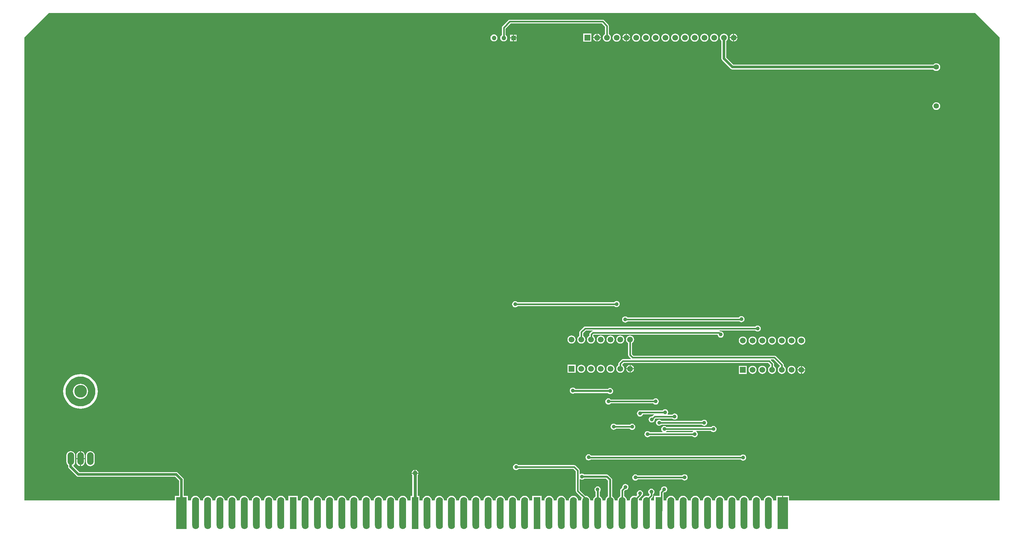
<source format=gbl>
%FSTAX23Y23*%
%MOIN*%
%SFA1B1*%

%IPPOS*%
%ADD18R,0.110000X0.330000*%
%ADD19O,0.070000X0.330000*%
%ADD20R,0.070000X0.330000*%
%ADD34C,0.015000*%
%ADD35C,0.030000*%
%ADD36C,0.020000*%
%ADD37C,0.025000*%
%ADD38C,0.059060*%
%ADD39R,0.059060X0.059060*%
%ADD40R,0.047240X0.047240*%
%ADD41C,0.047240*%
%ADD42C,0.055120*%
%ADD43C,0.130000*%
%ADD44O,0.066000X0.132000*%
%ADD45R,0.059060X0.059060*%
%ADD46C,0.039370*%
%ADD47C,0.050000*%
%LN2004_lcd-1*%
%LPD*%
G36*
X05982Y00772D02*
Y00611D01*
X05981Y00611*
X05971Y00603*
X05963Y00593*
X05959Y00582*
X05957Y0057*
X05927*
X05925Y00582*
X05921Y00593*
X05913Y00603*
X05903Y00611*
X05901Y00611*
Y00659*
X05905Y00665*
X05908Y00672*
X05909Y00681*
X05908Y00689*
X05905Y00696*
X059Y00703*
X05893Y00708*
X05886Y00711*
X05878Y00712*
X05869Y00711*
X05862Y00708*
X05855Y00703*
X0585Y00696*
X05847Y00689*
X05846Y00681*
X05847Y00672*
X0585Y00665*
X05855Y00658*
X05856Y00657*
Y00611*
X05856Y00611*
X05846Y00603*
X05838Y00593*
X05834Y00582*
X05832Y0057*
X05802*
X058Y00582*
X05796Y00593*
X05788Y00603*
X05778Y00611*
X05767Y00615*
X05755Y00617*
X05751Y00616*
X05693Y00674*
Y00786*
X05698Y00788*
X05702Y00786*
X05709Y00783*
X05718Y00782*
X05726Y00783*
X05733Y00786*
X0574Y00791*
X0574Y00791*
X05963*
X05982Y00772*
G37*
G36*
X00254Y05569D02*
X0975D01*
Y05568*
X1Y05318*
Y0057*
X0784*
Y00615*
X0778*
Y0044*
X0777*
Y00615*
X0771*
Y0057*
X07677*
X07675Y00582*
X07671Y00593*
X07663Y00603*
X07653Y00611*
X07642Y00615*
X0763Y00617*
X07617Y00615*
X07606Y00611*
X07596Y00603*
X07588Y00593*
X07584Y00582*
X07582Y0057*
X07552*
X0755Y00582*
X07546Y00593*
X07538Y00603*
X07528Y00611*
X07517Y00615*
X07505Y00617*
X07492Y00615*
X07481Y00611*
X07471Y00603*
X07463Y00593*
X07459Y00582*
X07457Y0057*
X07427*
X07425Y00582*
X07421Y00593*
X07413Y00603*
X07403Y00611*
X07392Y00615*
X0738Y00617*
X07367Y00615*
X07356Y00611*
X07346Y00603*
X07338Y00593*
X07334Y00582*
X07332Y0057*
X07302*
X073Y00582*
X07296Y00593*
X07288Y00603*
X07278Y00611*
X07267Y00615*
X07255Y00617*
X07242Y00615*
X07231Y00611*
X07221Y00603*
X07213Y00593*
X07209Y00582*
X07207Y0057*
X07177*
X07175Y00582*
X07171Y00593*
X07163Y00603*
X07153Y00611*
X07142Y00615*
X0713Y00617*
X07117Y00615*
X07106Y00611*
X07096Y00603*
X07088Y00593*
X07084Y00582*
X07082Y0057*
X07052*
X0705Y00582*
X07046Y00593*
X07038Y00603*
X07028Y00611*
X07017Y00615*
X07005Y00617*
X06992Y00615*
X06981Y00611*
X06971Y00603*
X06963Y00593*
X06959Y00582*
X06957Y0057*
X06927*
X06925Y00582*
X06921Y00593*
X06913Y00603*
X06903Y00611*
X06892Y00615*
X0688Y00617*
X06867Y00615*
X06856Y00611*
X06846Y00603*
X06838Y00593*
X06834Y00582*
X06832Y0057*
X06802*
X068Y00582*
X06796Y00593*
X06788Y00603*
X06778Y00611*
X06767Y00615*
X06755Y00617*
X06742Y00615*
X06731Y00611*
X06721Y00603*
X06713Y00593*
X06709Y00582*
X06707Y0057*
X06677*
X06675Y00582*
X06671Y00593*
X06663Y00603*
X06653Y00611*
X06642Y00615*
X0663Y00617*
X06617Y00615*
X06606Y00611*
X06596Y00603*
X06588Y00593*
X06584Y00582*
X06582Y0057*
X06552*
Y00646*
X06557Y00651*
X06561Y00651*
X06569Y00652*
X06576Y00655*
X06583Y0066*
X06588Y00667*
X06591Y00674*
X06592Y00683*
X06591Y00691*
X06588Y00698*
X06583Y00705*
X06576Y0071*
X06569Y00713*
X06561Y00714*
X06552Y00713*
X06545Y0071*
X06538Y00705*
X06533Y00698*
X0653Y00691*
X06529Y00683*
X06529Y00679*
X06518Y00668*
X06514Y00662*
X06512Y00654*
Y00617*
X06458*
Y0057*
X06427*
X06425Y00582*
X06424Y00586*
X06443Y00604*
X06447Y00611*
X06448Y00619*
Y00633*
X06451Y00635*
X06456Y00642*
X06459Y00649*
X0646Y00658*
X06459Y00666*
X06456Y00673*
X06451Y0068*
X06444Y00685*
X06437Y00688*
X06429Y00689*
X0642Y00688*
X06413Y00685*
X06406Y0068*
X06401Y00673*
X06398Y00666*
X06397Y00658*
X06398Y00649*
X06401Y00642*
X06406Y00635*
X06409Y00633*
Y00627*
X06396Y00614*
X06392Y00615*
X0638Y00617*
X06367Y00615*
X06356Y00611*
X06346Y00603*
X06338Y00593*
X06334Y00582*
X06332Y0057*
X06302*
X063Y00582*
X06299Y00586*
X06326Y00612*
X06326Y00613*
X06327Y00614*
X06334Y00619*
X06339Y00626*
X06342Y00633*
X06343Y00642*
X06342Y0065*
X06339Y00657*
X06334Y00664*
X06327Y00669*
X0632Y00672*
X06312Y00673*
X06303Y00672*
X06296Y00669*
X06289Y00664*
X06284Y00657*
X06281Y0065*
X0628Y00642*
X06281Y00633*
X06283Y00627*
X06271Y00614*
X06267Y00615*
X06255Y00617*
X06242Y00615*
X06231Y00611*
X06221Y00603*
X06213Y00593*
X06209Y00582*
X06207Y0057*
X06177*
X06175Y00582*
X06171Y00593*
X06163Y00603*
X06153Y00611*
X06149Y00612*
Y00665*
X06159Y00675*
X06163Y00675*
X06171Y00676*
X06178Y00679*
X06185Y00684*
X0619Y00691*
X06193Y00698*
X06194Y00707*
X06193Y00715*
X0619Y00722*
X06185Y00729*
X06178Y00734*
X06171Y00737*
X06163Y00738*
X06154Y00737*
X06147Y00734*
X0614Y00729*
X06135Y00722*
X06132Y00715*
X06131Y00707*
X06131Y00703*
X06115Y00688*
X06111Y00681*
X0611Y00674*
Y00612*
X06106Y00611*
X06096Y00603*
X06088Y00593*
X06084Y00582*
X06082Y0057*
X06052*
X0605Y00582*
X06046Y00593*
X06038Y00603*
X06028Y00611*
X06027Y00611*
Y00782*
X06025Y0079*
X0602Y00797*
X05988Y00829*
X05981Y00834*
X05973Y00836*
X0574*
X0574Y00836*
X05733Y00841*
X05726Y00844*
X05718Y00845*
X05709Y00844*
X05702Y00841*
X05698Y00839*
X05693Y00841*
Y00876*
X05692Y00883*
X05688Y0089*
X05652Y00926*
X05645Y0093*
X05638Y00931*
X05066*
X05064Y00934*
X05057Y00939*
X0505Y00942*
X05042Y00943*
X05033Y00942*
X05026Y00939*
X05019Y00934*
X05014Y00927*
X05011Y0092*
X0501Y00912*
X05011Y00903*
X05014Y00896*
X05019Y00889*
X05026Y00884*
X05033Y00881*
X05042Y0088*
X0505Y00881*
X05057Y00884*
X05064Y00889*
X05066Y00892*
X05629*
X05654Y00867*
Y00666*
X05655Y00658*
X05659Y00651*
X05715Y00596*
X05713Y00593*
X05709Y00582*
X05707Y0057*
X05677*
X05675Y00582*
X05671Y00593*
X05663Y00603*
X05653Y00611*
X05642Y00615*
X0563Y00617*
X05617Y00615*
X05606Y00611*
X05596Y00603*
X05588Y00593*
X05584Y00582*
X05582Y0057*
X05552*
X0555Y00582*
X05546Y00593*
X05538Y00603*
X05528Y00611*
X05517Y00615*
X05505Y00617*
X05492Y00615*
X05481Y00611*
X05471Y00603*
X05463Y00593*
X05459Y00582*
X05457Y0057*
X05427*
X05425Y00582*
X05421Y00593*
X05413Y00603*
X05403Y00611*
X05392Y00615*
X0538Y00617*
X05367Y00615*
X05356Y00611*
X05346Y00603*
X05338Y00593*
X05334Y00582*
X05332Y0057*
X05302*
Y00617*
X05208*
Y0057*
X05177*
X05175Y00582*
X05171Y00593*
X05163Y00603*
X05153Y00611*
X05142Y00615*
X0513Y00617*
X05117Y00615*
X05106Y00611*
X05096Y00603*
X05088Y00593*
X05084Y00582*
X05082Y0057*
X05052*
X0505Y00582*
X05046Y00593*
X05038Y00603*
X05028Y00611*
X05017Y00615*
X05005Y00617*
X04992Y00615*
X04981Y00611*
X04971Y00603*
X04963Y00593*
X04959Y00582*
X04957Y0057*
X04927*
X04925Y00582*
X04921Y00593*
X04913Y00603*
X04903Y00611*
X04892Y00615*
X0488Y00617*
X04867Y00615*
X04856Y00611*
X04846Y00603*
X04838Y00593*
X04834Y00582*
X04832Y0057*
X04802*
X048Y00582*
X04796Y00593*
X04788Y00603*
X04778Y00611*
X04767Y00615*
X04755Y00617*
X04742Y00615*
X04731Y00611*
X04721Y00603*
X04713Y00593*
X04709Y00582*
X04707Y0057*
X04677*
X04675Y00582*
X04671Y00593*
X04663Y00603*
X04653Y00611*
X04642Y00615*
X0463Y00617*
X04617Y00615*
X04606Y00611*
X04596Y00603*
X04588Y00593*
X04584Y00582*
X04582Y0057*
X04552*
X0455Y00582*
X04546Y00593*
X04538Y00603*
X04528Y00611*
X04517Y00615*
X04505Y00617*
X04492Y00615*
X04481Y00611*
X04471Y00603*
X04463Y00593*
X04459Y00582*
X04457Y0057*
X04427*
X04425Y00582*
X04421Y00593*
X04413Y00603*
X04403Y00611*
X04392Y00615*
X0438Y00617*
X04367Y00615*
X04356Y00611*
X04346Y00603*
X04338Y00593*
X04334Y00582*
X04332Y0057*
X04302*
X043Y00582*
X04296Y00593*
X04288Y00603*
X04278Y00611*
X04267Y00615*
X04255Y00617*
X04242Y00615*
X04231Y00611*
X04221Y00603*
X04213Y00593*
X04209Y00582*
X04207Y0057*
X04177*
X04175Y00582*
X04171Y00593*
X04163Y00603*
X04153Y00611*
X04142Y00615*
X0413Y00617*
X04117Y00615*
X04106Y00611*
X04096Y00603*
X04088Y00593*
X04084Y00582*
X04082Y0057*
X0405*
Y00615*
X04032*
Y00826*
X04036Y00831*
X0404Y00839*
X0404Y00844*
X03971*
X03971Y00839*
X03975Y00831*
X03978Y00827*
Y00615*
X0396*
Y0057*
X03927*
X03925Y00582*
X03921Y00593*
X03913Y00603*
X03903Y00611*
X03892Y00615*
X0388Y00617*
X03867Y00615*
X03856Y00611*
X03846Y00603*
X03838Y00593*
X03834Y00582*
X03832Y0057*
X03802*
X038Y00582*
X03796Y00593*
X03788Y00603*
X03778Y00611*
X03767Y00615*
X03755Y00617*
X03742Y00615*
X03731Y00611*
X03721Y00603*
X03713Y00593*
X03709Y00582*
X03707Y0057*
X03677*
X03675Y00582*
X03671Y00593*
X03663Y00603*
X03653Y00611*
X03642Y00615*
X0363Y00617*
X03617Y00615*
X03606Y00611*
X03596Y00603*
X03588Y00593*
X03584Y00582*
X03582Y0057*
X03552*
X0355Y00582*
X03546Y00593*
X03538Y00603*
X03528Y00611*
X03517Y00615*
X03505Y00617*
X03492Y00615*
X03481Y00611*
X03471Y00603*
X03463Y00593*
X03459Y00582*
X03457Y0057*
X03427*
X03425Y00582*
X03421Y00593*
X03413Y00603*
X03403Y00611*
X03392Y00615*
X0338Y00617*
X03367Y00615*
X03356Y00611*
X03346Y00603*
X03338Y00593*
X03334Y00582*
X03332Y0057*
X03302*
X033Y00582*
X03296Y00593*
X03288Y00603*
X03278Y00611*
X03267Y00615*
X03255Y00617*
X03242Y00615*
X03231Y00611*
X03221Y00603*
X03213Y00593*
X03209Y00582*
X03207Y0057*
X03177*
X03175Y00582*
X03171Y00593*
X03163Y00603*
X03153Y00611*
X03142Y00615*
X0313Y00617*
X03117Y00615*
X03106Y00611*
X03096Y00603*
X03088Y00593*
X03084Y00582*
X03082Y0057*
X03052*
X0305Y00582*
X03046Y00593*
X03038Y00603*
X03028Y00611*
X03017Y00615*
X03005Y00617*
X02992Y00615*
X02981Y00611*
X02971Y00603*
X02963Y00593*
X02959Y00582*
X02957Y0057*
X02927*
X02925Y00582*
X02921Y00593*
X02913Y00603*
X02903Y00611*
X02892Y00615*
X0288Y00617*
X02867Y00615*
X02856Y00611*
X02846Y00603*
X02838Y00593*
X02834Y00582*
X02832Y0057*
X02802*
Y00617*
X02708*
Y0057*
X02677*
X02675Y00582*
X02671Y00593*
X02663Y00603*
X02653Y00611*
X02642Y00615*
X0263Y00617*
X02617Y00615*
X02606Y00611*
X02596Y00603*
X02588Y00593*
X02584Y00582*
X02582Y0057*
X02552*
X0255Y00582*
X02546Y00593*
X02538Y00603*
X02528Y00611*
X02517Y00615*
X02505Y00617*
X02492Y00615*
X02481Y00611*
X02471Y00603*
X02463Y00593*
X02459Y00582*
X02457Y0057*
X02427*
X02425Y00582*
X02421Y00593*
X02413Y00603*
X02403Y00611*
X02392Y00615*
X0238Y00617*
X02367Y00615*
X02356Y00611*
X02346Y00603*
X02338Y00593*
X02334Y00582*
X02332Y0057*
X02302*
X023Y00582*
X02296Y00593*
X02288Y00603*
X02278Y00611*
X02267Y00615*
X02255Y00617*
X02242Y00615*
X02231Y00611*
X02221Y00603*
X02213Y00593*
X02209Y00582*
X02207Y0057*
X02177*
X02175Y00582*
X02171Y00593*
X02163Y00603*
X02153Y00611*
X02142Y00615*
X0213Y00617*
X02117Y00615*
X02106Y00611*
X02096Y00603*
X02088Y00593*
X02084Y00582*
X02082Y0057*
X02052*
X0205Y00582*
X02046Y00593*
X02038Y00603*
X02028Y00611*
X02017Y00615*
X02005Y00617*
X01992Y00615*
X01981Y00611*
X01971Y00603*
X01963Y00593*
X01959Y00582*
X01957Y0057*
X01927*
X01925Y00582*
X01921Y00593*
X01913Y00603*
X01903Y00611*
X01892Y00615*
X0188Y00617*
X01867Y00615*
X01856Y00611*
X01846Y00603*
X01838Y00593*
X01834Y00582*
X01832Y0057*
X01802*
X018Y00582*
X01796Y00593*
X01788Y00603*
X01778Y00611*
X01767Y00615*
X01755Y00617*
X01742Y00615*
X01731Y00611*
X01721Y00603*
X01713Y00593*
X01709Y00582*
X01707Y0057*
X01677*
Y00617*
X01634*
Y00783*
X01633Y00792*
X01627Y008*
X01574Y00853*
X01566Y00859*
X01557Y0086*
X00563*
X00502Y00922*
X00502Y00928*
X00508Y00932*
X00515Y00942*
X00519Y00953*
X00521Y00965*
Y01031*
X00519Y01042*
X00515Y01053*
X00508Y01063*
X00498Y0107*
X00487Y01074*
X00476Y01076*
X00464Y01074*
X00453Y0107*
X00443Y01063*
X00436Y01053*
X00432Y01042*
X0043Y01031*
Y00965*
X00432Y00953*
X00436Y00942*
X00443Y00932*
X00449Y00928*
Y00915*
X0045Y00905*
X00456Y00897*
X00535Y00818*
X00543Y00812*
X00553Y00811*
X01546*
X01585Y00772*
Y00617*
X01543*
Y0057*
X00001*
X0Y00571*
Y0532*
X00001*
X00252Y05571*
X00254Y05569*
G37*
%LN2004_lcd-2*%
%LPC*%
G36*
X07278Y05356D02*
Y05322D01*
X07312*
X07311Y05327*
X07307Y05336*
X07301Y05345*
X07292Y05351*
X07283Y05355*
X07278Y05356*
G37*
G36*
X07268D02*
X07262Y05355D01*
X07253Y05351*
X07244Y05345*
X07238Y05336*
X07234Y05327*
X07233Y05322*
X07268*
Y05356*
G37*
G36*
X06178D02*
Y05322D01*
X06212*
X06211Y05327*
X06207Y05336*
X06201Y05345*
X06192Y05351*
X06183Y05355*
X06178Y05356*
G37*
G36*
X06168D02*
X06162Y05355D01*
X06153Y05351*
X06144Y05345*
X06138Y05336*
X06134Y05327*
X06133Y05322*
X06168*
Y05356*
G37*
G36*
X05878D02*
Y05322D01*
X05912*
X05911Y05327*
X05907Y05336*
X05901Y05345*
X05892Y05351*
X05883Y05355*
X05878Y05356*
G37*
G36*
X05868D02*
X05862Y05355D01*
X05853Y05351*
X05844Y05345*
X05838Y05336*
X05834Y05327*
X05833Y05322*
X05868*
Y05356*
G37*
G36*
X05048Y05347D02*
X0502D01*
Y05319*
X05048*
Y05347*
G37*
G36*
X0501D02*
X04981D01*
Y05319*
X0501*
Y05347*
G37*
G36*
X05048Y05309D02*
X0502D01*
Y0528*
X05048*
Y05309*
G37*
G36*
X0501D02*
X04981D01*
Y0528*
X0501*
Y05309*
G37*
G36*
X04815Y05349D02*
X04805Y05348D01*
X04797Y05345*
X04789Y05339*
X04783Y05331*
X0478Y05323*
X04779Y05314*
X0478Y05304*
X04783Y05296*
X04789Y05288*
X04797Y05282*
X04805Y05279*
X04815Y05278*
X04824Y05279*
X04832Y05282*
X0484Y05288*
X04846Y05296*
X04849Y05304*
X0485Y05314*
X04849Y05323*
X04846Y05331*
X0484Y05339*
X04832Y05345*
X04824Y05348*
X04815Y05349*
G37*
G36*
X07312Y05312D02*
X07278D01*
Y05277*
X07283Y05278*
X07292Y05282*
X07301Y05288*
X07307Y05297*
X07311Y05306*
X07312Y05312*
G37*
G36*
X07268D02*
X07233D01*
X07234Y05306*
X07238Y05297*
X07244Y05288*
X07253Y05282*
X07262Y05278*
X07268Y05277*
Y05312*
G37*
G36*
X06212D02*
X06178D01*
Y05277*
X06183Y05278*
X06192Y05282*
X06201Y05288*
X06207Y05297*
X06211Y05306*
X06212Y05312*
G37*
G36*
X06168D02*
X06133D01*
X06134Y05306*
X06138Y05297*
X06144Y05288*
X06153Y05282*
X06162Y05278*
X06168Y05277*
Y05312*
G37*
G36*
X05912D02*
X05878D01*
Y05277*
X05883Y05278*
X05892Y05282*
X05901Y05288*
X05907Y05297*
X05911Y05306*
X05912Y05312*
G37*
G36*
X05868D02*
X05833D01*
X05834Y05306*
X05838Y05297*
X05844Y05288*
X05853Y05282*
X05862Y05278*
X05868Y05277*
Y05312*
G37*
G36*
X05814Y05358D02*
X05731D01*
Y05275*
X05814*
Y05358*
G37*
G36*
X07073Y05358D02*
X07062Y05357D01*
X07052Y05353*
X07043Y05346*
X07036Y05337*
X07032Y05327*
X07031Y05317*
X07032Y05306*
X07036Y05296*
X07043Y05287*
X07052Y0528*
X07062Y05276*
X07073Y05275*
X07083Y05276*
X07093Y0528*
X07102Y05287*
X07109Y05296*
X07113Y05306*
X07114Y05317*
X07113Y05327*
X07109Y05337*
X07102Y05346*
X07093Y05353*
X07083Y05357*
X07073Y05358*
G37*
G36*
X06973D02*
X06962Y05357D01*
X06952Y05353*
X06943Y05346*
X06936Y05337*
X06932Y05327*
X06931Y05317*
X06932Y05306*
X06936Y05296*
X06943Y05287*
X06952Y0528*
X06962Y05276*
X06973Y05275*
X06983Y05276*
X06993Y0528*
X07002Y05287*
X07009Y05296*
X07013Y05306*
X07014Y05317*
X07013Y05327*
X07009Y05337*
X07002Y05346*
X06993Y05353*
X06983Y05357*
X06973Y05358*
G37*
G36*
X06873D02*
X06862Y05357D01*
X06852Y05353*
X06843Y05346*
X06836Y05337*
X06832Y05327*
X06831Y05317*
X06832Y05306*
X06836Y05296*
X06843Y05287*
X06852Y0528*
X06862Y05276*
X06873Y05275*
X06883Y05276*
X06893Y0528*
X06902Y05287*
X06909Y05296*
X06913Y05306*
X06914Y05317*
X06913Y05327*
X06909Y05337*
X06902Y05346*
X06893Y05353*
X06883Y05357*
X06873Y05358*
G37*
G36*
X06773D02*
X06762Y05357D01*
X06752Y05353*
X06743Y05346*
X06736Y05337*
X06732Y05327*
X06731Y05317*
X06732Y05306*
X06736Y05296*
X06743Y05287*
X06752Y0528*
X06762Y05276*
X06773Y05275*
X06783Y05276*
X06793Y0528*
X06802Y05287*
X06809Y05296*
X06813Y05306*
X06814Y05317*
X06813Y05327*
X06809Y05337*
X06802Y05346*
X06793Y05353*
X06783Y05357*
X06773Y05358*
G37*
G36*
X06673D02*
X06662Y05357D01*
X06652Y05353*
X06643Y05346*
X06636Y05337*
X06632Y05327*
X06631Y05317*
X06632Y05306*
X06636Y05296*
X06643Y05287*
X06652Y0528*
X06662Y05276*
X06673Y05275*
X06683Y05276*
X06693Y0528*
X06702Y05287*
X06709Y05296*
X06713Y05306*
X06714Y05317*
X06713Y05327*
X06709Y05337*
X06702Y05346*
X06693Y05353*
X06683Y05357*
X06673Y05358*
G37*
G36*
X06573D02*
X06562Y05357D01*
X06552Y05353*
X06543Y05346*
X06536Y05337*
X06532Y05327*
X06531Y05317*
X06532Y05306*
X06536Y05296*
X06543Y05287*
X06552Y0528*
X06562Y05276*
X06573Y05275*
X06583Y05276*
X06593Y0528*
X06602Y05287*
X06609Y05296*
X06613Y05306*
X06614Y05317*
X06613Y05327*
X06609Y05337*
X06602Y05346*
X06593Y05353*
X06583Y05357*
X06573Y05358*
G37*
G36*
X06473D02*
X06462Y05357D01*
X06452Y05353*
X06443Y05346*
X06436Y05337*
X06432Y05327*
X06431Y05317*
X06432Y05306*
X06436Y05296*
X06443Y05287*
X06452Y0528*
X06462Y05276*
X06473Y05275*
X06483Y05276*
X06493Y0528*
X06502Y05287*
X06509Y05296*
X06513Y05306*
X06514Y05317*
X06513Y05327*
X06509Y05337*
X06502Y05346*
X06493Y05353*
X06483Y05357*
X06473Y05358*
G37*
G36*
X06373D02*
X06362Y05357D01*
X06352Y05353*
X06343Y05346*
X06336Y05337*
X06332Y05327*
X06331Y05317*
X06332Y05306*
X06336Y05296*
X06343Y05287*
X06352Y0528*
X06362Y05276*
X06373Y05275*
X06383Y05276*
X06393Y0528*
X06402Y05287*
X06409Y05296*
X06413Y05306*
X06414Y05317*
X06413Y05327*
X06409Y05337*
X06402Y05346*
X06393Y05353*
X06383Y05357*
X06373Y05358*
G37*
G36*
X06273D02*
X06262Y05357D01*
X06252Y05353*
X06243Y05346*
X06236Y05337*
X06232Y05327*
X06231Y05317*
X06232Y05306*
X06236Y05296*
X06243Y05287*
X06252Y0528*
X06262Y05276*
X06273Y05275*
X06283Y05276*
X06293Y0528*
X06302Y05287*
X06309Y05296*
X06313Y05306*
X06314Y05317*
X06313Y05327*
X06309Y05337*
X06302Y05346*
X06293Y05353*
X06283Y05357*
X06273Y05358*
G37*
G36*
X06073D02*
X06062Y05357D01*
X06052Y05353*
X06043Y05346*
X06036Y05337*
X06032Y05327*
X06031Y05317*
X06032Y05306*
X06036Y05296*
X06043Y05287*
X06052Y0528*
X06062Y05276*
X06073Y05275*
X06083Y05276*
X06093Y0528*
X06102Y05287*
X06109Y05296*
X06113Y05306*
X06114Y05317*
X06113Y05327*
X06109Y05337*
X06102Y05346*
X06093Y05353*
X06083Y05357*
X06073Y05358*
G37*
G36*
X05929Y055D02*
X04977D01*
X04969Y05499*
X04962Y05495*
X049Y05433*
X04896Y05426*
X04895Y05419*
Y05343*
X04889Y05339*
X04883Y05331*
X0488Y05323*
X04879Y05314*
X0488Y05304*
X04883Y05296*
X04889Y05288*
X04897Y05282*
X04905Y05279*
X04915Y05278*
X04924Y05279*
X04932Y05282*
X0494Y05288*
X04946Y05296*
X04949Y05304*
X0495Y05314*
X04949Y05323*
X04946Y05331*
X0494Y05339*
X04934Y05343*
Y0541*
X04985Y05461*
X0592*
X05953Y05428*
Y05353*
X05952Y05353*
X05943Y05346*
X05936Y05337*
X05932Y05327*
X05931Y05317*
X05932Y05306*
X05936Y05296*
X05943Y05287*
X05952Y0528*
X05962Y05276*
X05973Y05275*
X05983Y05276*
X05993Y0528*
X06002Y05287*
X06009Y05296*
X06013Y05306*
X06014Y05317*
X06013Y05327*
X06009Y05337*
X06002Y05346*
X05993Y05353*
X05992Y05353*
Y05437*
X05991Y05444*
X05987Y05451*
X05943Y05495*
X05936Y05499*
X05929Y055*
G37*
G36*
X07173Y05358D02*
X07162Y05357D01*
X07152Y05353*
X07143Y05346*
X07136Y05337*
X07132Y05327*
X07131Y05317*
X07132Y05306*
X07136Y05296*
X07143Y05287*
X07148Y05283*
Y05102*
X07149Y05092*
X07155Y05084*
X07242Y04997*
X0725Y04991*
X0726Y0499*
X0932*
X09322Y04986*
X09331Y0498*
X0934Y04976*
X09351Y04975*
X09361Y04976*
X0937Y0498*
X09379Y04986*
X09385Y04995*
X09389Y05004*
X0939Y05015*
X09389Y05025*
X09385Y05034*
X09379Y05043*
X0937Y05049*
X09361Y05053*
X09351Y05054*
X0934Y05053*
X09331Y05049*
X09322Y05043*
X0932Y05039*
X0727*
X07197Y05112*
Y05283*
X07202Y05287*
X07209Y05296*
X07213Y05306*
X07214Y05317*
X07213Y05327*
X07209Y05337*
X07202Y05346*
X07193Y05353*
X07183Y05357*
X07173Y05358*
G37*
G36*
X09351Y04654D02*
X0934Y04653D01*
X09331Y04649*
X09322Y04643*
X09316Y04634*
X09312Y04625*
X09311Y04615*
X09312Y04604*
X09316Y04595*
X09322Y04586*
X09331Y0458*
X0934Y04576*
X09351Y04575*
X09361Y04576*
X0937Y0458*
X09379Y04586*
X09385Y04595*
X09389Y04604*
X0939Y04615*
X09389Y04625*
X09385Y04634*
X09379Y04643*
X0937Y04649*
X09361Y04653*
X09351Y04654*
G37*
G36*
X06073Y02615D02*
X06064Y02614D01*
X06057Y02611*
X0605Y02606*
X06048Y02603*
X05056*
X05055Y02604*
X05048Y02609*
X05041Y02612*
X05033Y02613*
X05024Y02612*
X05017Y02609*
X0501Y02604*
X05005Y02597*
X05002Y0259*
X05001Y02582*
X05002Y02573*
X05005Y02566*
X0501Y02559*
X05017Y02554*
X05024Y02551*
X05033Y0255*
X05041Y02551*
X05048Y02554*
X05055Y02559*
X05059Y02564*
X06048*
X0605Y02561*
X06057Y02556*
X06064Y02553*
X06073Y02552*
X06081Y02553*
X06088Y02556*
X06095Y02561*
X061Y02568*
X06103Y02575*
X06104Y02584*
X06103Y02592*
X061Y02599*
X06095Y02606*
X06088Y02611*
X06081Y02614*
X06073Y02615*
G37*
G36*
X07352Y0246D02*
X07343Y02459D01*
X07336Y02456*
X07329Y02451*
X07326Y02447*
X06184*
X06183Y02448*
X06176Y02453*
X06169Y02456*
X06161Y02457*
X06152Y02456*
X06145Y02453*
X06138Y02448*
X06133Y02441*
X0613Y02434*
X06129Y02426*
X0613Y02417*
X06133Y0241*
X06138Y02403*
X06145Y02398*
X06152Y02395*
X06161Y02394*
X06169Y02395*
X06176Y02398*
X06183Y02403*
X06186Y02407*
X07328*
X07329Y02406*
X07336Y02401*
X07343Y02398*
X07352Y02397*
X0736Y02398*
X07367Y02401*
X07374Y02406*
X07379Y02413*
X07382Y0242*
X07383Y02429*
X07382Y02437*
X07379Y02444*
X07374Y02451*
X07367Y02456*
X0736Y02459*
X07352Y0246*
G37*
G36*
X07519Y02364D02*
X0751Y02363D01*
X07503Y0236*
X07496Y02355*
X07494Y02352*
X05749*
X05741Y02351*
X05734Y02347*
X05696Y02309*
X05692Y02302*
X05691Y02295*
Y02256*
X0569Y02256*
X05681Y02249*
X05674Y0224*
X0567Y0223*
X05669Y0222*
X0567Y02209*
X05674Y02199*
X05681Y0219*
X0569Y02183*
X057Y02179*
X05711Y02178*
X05721Y02179*
X05731Y02183*
X0574Y0219*
X05747Y02199*
X05751Y02209*
X05752Y0222*
X05751Y0223*
X05747Y0224*
X0574Y02249*
X05731Y02256*
X0573Y02256*
Y02286*
X05757Y02313*
X05825*
X05826Y02308*
X05822Y02307*
X05815Y02303*
X05798Y02286*
X05794Y02279*
X05793Y02272*
Y02257*
X0579Y02256*
X05781Y02249*
X05774Y0224*
X0577Y0223*
X05769Y0222*
X0577Y02209*
X05774Y02199*
X05781Y0219*
X0579Y02183*
X058Y02179*
X05811Y02178*
X05821Y02179*
X05831Y02183*
X0584Y0219*
X05847Y02199*
X05851Y02209*
X05852Y0222*
X05851Y0223*
X05847Y0224*
X0584Y02249*
X05832Y02255*
Y02263*
X05838Y02269*
X07108*
X07109Y02262*
X07112Y02255*
X07117Y02248*
X07124Y02243*
X07131Y0224*
X0714Y02239*
X07148Y0224*
X07155Y02243*
X07162Y02248*
X07167Y02255*
X0717Y02262*
X07171Y02271*
X0717Y02279*
X07167Y02286*
X07162Y02293*
X07155Y02298*
X07148Y02301*
X0714Y02302*
X07136Y02302*
X07136Y02303*
X07129Y02307*
X07125Y02308*
X07126Y02313*
X07494*
X07496Y0231*
X07503Y02305*
X0751Y02302*
X07519Y02301*
X07527Y02302*
X07534Y02305*
X07541Y0231*
X07546Y02317*
X07549Y02324*
X0755Y02333*
X07549Y02341*
X07546Y02348*
X07541Y02355*
X07534Y0236*
X07527Y02363*
X07519Y02364*
G37*
G36*
X06111Y02261D02*
X061Y0226D01*
X0609Y02256*
X06081Y02249*
X06074Y0224*
X0607Y0223*
X06069Y0222*
X0607Y02209*
X06074Y02199*
X06081Y0219*
X0609Y02183*
X061Y02179*
X06111Y02178*
X06121Y02179*
X06131Y02183*
X0614Y0219*
X06147Y02199*
X06151Y02209*
X06152Y0222*
X06151Y0223*
X06147Y0224*
X0614Y02249*
X06131Y02256*
X06121Y0226*
X06111Y02261*
G37*
G36*
X06011D02*
X06Y0226D01*
X0599Y02256*
X05981Y02249*
X05974Y0224*
X0597Y0223*
X05969Y0222*
X0597Y02209*
X05974Y02199*
X05981Y0219*
X0599Y02183*
X06Y02179*
X06011Y02178*
X06021Y02179*
X06031Y02183*
X0604Y0219*
X06047Y02199*
X06051Y02209*
X06052Y0222*
X06051Y0223*
X06047Y0224*
X0604Y02249*
X06031Y02256*
X06021Y0226*
X06011Y02261*
G37*
G36*
X05911D02*
X059Y0226D01*
X0589Y02256*
X05881Y02249*
X05874Y0224*
X0587Y0223*
X05869Y0222*
X0587Y02209*
X05874Y02199*
X05881Y0219*
X0589Y02183*
X059Y02179*
X05911Y02178*
X05921Y02179*
X05931Y02183*
X0594Y0219*
X05947Y02199*
X05951Y02209*
X05952Y0222*
X05951Y0223*
X05947Y0224*
X0594Y02249*
X05931Y02256*
X05921Y0226*
X05911Y02261*
G37*
G36*
X05611D02*
X056Y0226D01*
X0559Y02256*
X05581Y02249*
X05574Y0224*
X0557Y0223*
X05569Y0222*
X0557Y02209*
X05574Y02199*
X05581Y0219*
X0559Y02183*
X056Y02179*
X05611Y02178*
X05621Y02179*
X05631Y02183*
X0564Y0219*
X05647Y02199*
X05651Y02209*
X05652Y0222*
X05651Y0223*
X05647Y0224*
X0564Y02249*
X05631Y02256*
X05621Y0226*
X05611Y02261*
G37*
G36*
X07967Y0225D02*
X07956Y02249D01*
X07946Y02245*
X07937Y02238*
X0793Y02229*
X07926Y02219*
X07925Y02209*
X07926Y02198*
X0793Y02188*
X07937Y02179*
X07946Y02172*
X07956Y02168*
X07967Y02167*
X07977Y02168*
X07987Y02172*
X07996Y02179*
X08003Y02188*
X08007Y02198*
X08008Y02209*
X08007Y02219*
X08003Y02229*
X07996Y02238*
X07987Y02245*
X07977Y02249*
X07967Y0225*
G37*
G36*
X07867D02*
X07856Y02249D01*
X07846Y02245*
X07837Y02238*
X0783Y02229*
X07826Y02219*
X07825Y02209*
X07826Y02198*
X0783Y02188*
X07837Y02179*
X07846Y02172*
X07856Y02168*
X07867Y02167*
X07877Y02168*
X07887Y02172*
X07896Y02179*
X07903Y02188*
X07907Y02198*
X07908Y02209*
X07907Y02219*
X07903Y02229*
X07896Y02238*
X07887Y02245*
X07877Y02249*
X07867Y0225*
G37*
G36*
X07767D02*
X07756Y02249D01*
X07746Y02245*
X07737Y02238*
X0773Y02229*
X07726Y02219*
X07725Y02209*
X07726Y02198*
X0773Y02188*
X07737Y02179*
X07746Y02172*
X07756Y02168*
X07767Y02167*
X07777Y02168*
X07787Y02172*
X07796Y02179*
X07803Y02188*
X07807Y02198*
X07808Y02209*
X07807Y02219*
X07803Y02229*
X07796Y02238*
X07787Y02245*
X07777Y02249*
X07767Y0225*
G37*
G36*
X07667D02*
X07656Y02249D01*
X07646Y02245*
X07637Y02238*
X0763Y02229*
X07626Y02219*
X07625Y02209*
X07626Y02198*
X0763Y02188*
X07637Y02179*
X07646Y02172*
X07656Y02168*
X07667Y02167*
X07677Y02168*
X07687Y02172*
X07696Y02179*
X07703Y02188*
X07707Y02198*
X07708Y02209*
X07707Y02219*
X07703Y02229*
X07696Y02238*
X07687Y02245*
X07677Y02249*
X07667Y0225*
G37*
G36*
X07567D02*
X07556Y02249D01*
X07546Y02245*
X07537Y02238*
X0753Y02229*
X07526Y02219*
X07525Y02209*
X07526Y02198*
X0753Y02188*
X07537Y02179*
X07546Y02172*
X07556Y02168*
X07567Y02167*
X07577Y02168*
X07587Y02172*
X07596Y02179*
X07603Y02188*
X07607Y02198*
X07608Y02209*
X07607Y02219*
X07603Y02229*
X07596Y02238*
X07587Y02245*
X07577Y02249*
X07567Y0225*
G37*
G36*
X07467D02*
X07456Y02249D01*
X07446Y02245*
X07437Y02238*
X0743Y02229*
X07426Y02219*
X07425Y02209*
X07426Y02198*
X0743Y02188*
X07437Y02179*
X07446Y02172*
X07456Y02168*
X07467Y02167*
X07477Y02168*
X07487Y02172*
X07496Y02179*
X07503Y02188*
X07507Y02198*
X07508Y02209*
X07507Y02219*
X07503Y02229*
X07496Y02238*
X07487Y02245*
X07477Y02249*
X07467Y0225*
G37*
G36*
X07367D02*
X07356Y02249D01*
X07346Y02245*
X07337Y02238*
X0733Y02229*
X07326Y02219*
X07325Y02209*
X07326Y02198*
X0733Y02188*
X07337Y02179*
X07346Y02172*
X07356Y02168*
X07367Y02167*
X07377Y02168*
X07387Y02172*
X07396Y02179*
X07403Y02188*
X07407Y02198*
X07408Y02209*
X07407Y02219*
X07403Y02229*
X07396Y02238*
X07387Y02245*
X07377Y02249*
X07367Y0225*
G37*
G36*
X06216Y01959D02*
Y01925D01*
X0625*
X06249Y0193*
X06245Y01939*
X06239Y01948*
X0623Y01954*
X06221Y01958*
X06216Y01959*
G37*
G36*
X06206D02*
X062Y01958D01*
X06191Y01954*
X06182Y01948*
X06176Y01939*
X06172Y0193*
X06171Y01925*
X06206*
Y01959*
G37*
G36*
X07972Y01948D02*
Y01914D01*
X08006*
X08005Y01919*
X08001Y01928*
X07995Y01937*
X07986Y01943*
X07977Y01947*
X07972Y01948*
G37*
G36*
X07962D02*
X07956Y01947D01*
X07947Y01943*
X07938Y01937*
X07932Y01928*
X07928Y01919*
X07927Y01914*
X07962*
Y01948*
G37*
G36*
X0625Y01915D02*
X06216D01*
Y0188*
X06221Y01881*
X0623Y01885*
X06239Y01891*
X06245Y019*
X06249Y01909*
X0625Y01915*
G37*
G36*
X06206D02*
X06171D01*
X06172Y01909*
X06176Y019*
X06182Y01891*
X06191Y01885*
X062Y01881*
X06206Y0188*
Y01915*
G37*
G36*
X05652Y01961D02*
X05569D01*
Y01878*
X05652*
Y01961*
G37*
G36*
X06011Y01961D02*
X06Y0196D01*
X0599Y01956*
X05981Y01949*
X05974Y0194*
X0597Y0193*
X05969Y0192*
X0597Y01909*
X05974Y01899*
X05981Y0189*
X0599Y01883*
X06Y01879*
X06011Y01878*
X06021Y01879*
X06031Y01883*
X0604Y0189*
X06047Y01899*
X06051Y01909*
X06052Y0192*
X06051Y0193*
X06047Y0194*
X0604Y01949*
X06031Y01956*
X06021Y0196*
X06011Y01961*
G37*
G36*
X05911D02*
X059Y0196D01*
X0589Y01956*
X05881Y01949*
X05874Y0194*
X0587Y0193*
X05869Y0192*
X0587Y01909*
X05874Y01899*
X05881Y0189*
X0589Y01883*
X059Y01879*
X05911Y01878*
X05921Y01879*
X05931Y01883*
X0594Y0189*
X05947Y01899*
X05951Y01909*
X05952Y0192*
X05951Y0193*
X05947Y0194*
X0594Y01949*
X05931Y01956*
X05921Y0196*
X05911Y01961*
G37*
G36*
X05811D02*
X058Y0196D01*
X0579Y01956*
X05781Y01949*
X05774Y0194*
X0577Y0193*
X05769Y0192*
X0577Y01909*
X05774Y01899*
X05781Y0189*
X0579Y01883*
X058Y01879*
X05811Y01878*
X05821Y01879*
X05831Y01883*
X0584Y0189*
X05847Y01899*
X05851Y01909*
X05852Y0192*
X05851Y0193*
X05847Y0194*
X0584Y01949*
X05831Y01956*
X05821Y0196*
X05811Y01961*
G37*
G36*
X05711D02*
X057Y0196D01*
X0569Y01956*
X05681Y01949*
X05674Y0194*
X0567Y0193*
X05669Y0192*
X0567Y01909*
X05674Y01899*
X05681Y0189*
X0569Y01883*
X057Y01879*
X05711Y01878*
X05721Y01879*
X05731Y01883*
X0574Y0189*
X05747Y01899*
X05751Y01909*
X05752Y0192*
X05751Y0193*
X05747Y0194*
X0574Y01949*
X05731Y01956*
X05721Y0196*
X05711Y01961*
G37*
G36*
X08006Y01904D02*
X07972D01*
Y01869*
X07977Y0187*
X07986Y01874*
X07995Y0188*
X08001Y01889*
X08005Y01898*
X08006Y01904*
G37*
G36*
X07962D02*
X07927D01*
X07928Y01898*
X07932Y01889*
X07938Y0188*
X07947Y01874*
X07956Y0187*
X07962Y01869*
Y01904*
G37*
G36*
X07408Y0195D02*
X07325D01*
Y01867*
X07408*
Y0195*
G37*
G36*
X07867Y0195D02*
X07856Y01949D01*
X07846Y01945*
X07837Y01938*
X0783Y01929*
X07826Y01919*
X07825Y01909*
X07826Y01898*
X0783Y01888*
X07837Y01879*
X07846Y01872*
X07856Y01868*
X07867Y01867*
X07877Y01868*
X07887Y01872*
X07896Y01879*
X07903Y01888*
X07907Y01898*
X07908Y01909*
X07907Y01919*
X07903Y01929*
X07896Y01938*
X07887Y01945*
X07877Y01949*
X07867Y0195*
G37*
G36*
X06211Y02261D02*
X062Y0226D01*
X0619Y02256*
X06181Y02249*
X06174Y0224*
X0617Y0223*
X06169Y0222*
X0617Y02209*
X06174Y02199*
X06181Y0219*
X0619Y02183*
X06191Y02183*
Y02061*
X06192Y02053*
X06196Y02046*
X0622Y02023*
X06217Y02018*
X06138*
X0613Y02017*
X06123Y02013*
X06096Y01986*
X06092Y01979*
X06091Y01972*
Y01956*
X0609Y01956*
X06081Y01949*
X06074Y0194*
X0607Y0193*
X06069Y0192*
X0607Y01909*
X06074Y01899*
X06081Y0189*
X0609Y01883*
X061Y01879*
X06111Y01878*
X06121Y01879*
X06131Y01883*
X0614Y0189*
X06147Y01899*
X06151Y01909*
X06152Y0192*
X06151Y0193*
X06147Y0194*
X0614Y01949*
X06131Y01956*
X0613Y01956*
Y01963*
X06146Y01979*
X07627*
X07647Y01959*
Y01945*
X07646Y01945*
X07637Y01938*
X0763Y01929*
X07626Y01919*
X07625Y01909*
X07626Y01898*
X0763Y01888*
X07637Y01879*
X07646Y01872*
X07656Y01868*
X07667Y01867*
X07677Y01868*
X07687Y01872*
X07696Y01879*
X07703Y01888*
X07707Y01898*
X07708Y01909*
X07707Y01919*
X07703Y01929*
X07696Y01938*
X07687Y01945*
X07686Y01945*
Y01968*
X07685Y01975*
X07681Y01982*
X07653Y0201*
X07655Y02015*
X07682*
X07747Y0195*
Y01945*
X07746Y01945*
X07737Y01938*
X0773Y01929*
X07726Y01919*
X07725Y01909*
X07726Y01898*
X0773Y01888*
X07737Y01879*
X07746Y01872*
X07756Y01868*
X07767Y01867*
X07777Y01868*
X07787Y01872*
X07796Y01879*
X07803Y01888*
X07807Y01898*
X07808Y01909*
X07807Y01919*
X07803Y01929*
X07796Y01938*
X07787Y01945*
X07786Y01945*
Y01959*
X07785Y01966*
X07781Y01973*
X07705Y02049*
X07698Y02053*
X07691Y02054*
X06245*
X0623Y02069*
Y02183*
X06231Y02183*
X0624Y0219*
X06247Y02199*
X06251Y02209*
X06252Y0222*
X06251Y0223*
X06247Y0224*
X0624Y02249*
X06231Y02256*
X06221Y0226*
X06211Y02261*
G37*
G36*
X07567Y0195D02*
X07556Y01949D01*
X07546Y01945*
X07537Y01938*
X0753Y01929*
X07526Y01919*
X07525Y01909*
X07526Y01898*
X0753Y01888*
X07537Y01879*
X07546Y01872*
X07556Y01868*
X07567Y01867*
X07577Y01868*
X07587Y01872*
X07596Y01879*
X07603Y01888*
X07607Y01898*
X07608Y01909*
X07607Y01919*
X07603Y01929*
X07596Y01938*
X07587Y01945*
X07577Y01949*
X07567Y0195*
G37*
G36*
X07467D02*
X07456Y01949D01*
X07446Y01945*
X07437Y01938*
X0743Y01929*
X07426Y01919*
X07425Y01909*
X07426Y01898*
X0743Y01888*
X07437Y01879*
X07446Y01872*
X07456Y01868*
X07467Y01867*
X07477Y01868*
X07487Y01872*
X07496Y01879*
X07503Y01888*
X07507Y01898*
X07508Y01909*
X07507Y01919*
X07503Y01929*
X07496Y01938*
X07487Y01945*
X07477Y01949*
X07467Y0195*
G37*
G36*
X05624Y01727D02*
X05615Y01726D01*
X05608Y01723*
X05601Y01718*
X05596Y01711*
X05593Y01704*
X05592Y01696*
X05593Y01687*
X05596Y0168*
X05601Y01673*
X05608Y01668*
X05615Y01665*
X05624Y01664*
X05632Y01665*
X05639Y01668*
X05641Y01669*
X05982*
X05982Y01669*
X05989Y01664*
X05996Y01661*
X06005Y0166*
X06013Y01661*
X0602Y01664*
X06027Y01669*
X06032Y01676*
X06035Y01683*
X06036Y01692*
X06035Y017*
X06032Y01707*
X06027Y01714*
X0602Y01719*
X06013Y01722*
X06005Y01723*
X05996Y01722*
X05989Y01719*
X05982Y01714*
X05982Y01714*
X05649*
X05646Y01718*
X05639Y01723*
X05632Y01726*
X05624Y01727*
G37*
G36*
X06474Y01616D02*
X06465Y01615D01*
X06458Y01612*
X06451Y01607*
X06449Y01604*
X06013*
X06011Y01607*
X06004Y01612*
X05997Y01615*
X05989Y01616*
X0598Y01615*
X05973Y01612*
X05966Y01607*
X05961Y016*
X05958Y01593*
X05957Y01585*
X05958Y01576*
X05961Y01569*
X05966Y01562*
X05973Y01557*
X0598Y01554*
X05989Y01553*
X05997Y01554*
X06004Y01557*
X06011Y01562*
X06013Y01565*
X06449*
X06451Y01562*
X06458Y01557*
X06465Y01554*
X06474Y01553*
X06482Y01554*
X06489Y01557*
X06496Y01562*
X06501Y01569*
X06504Y01576*
X06505Y01585*
X06504Y01593*
X06501Y016*
X06496Y01607*
X06489Y01612*
X06482Y01615*
X06474Y01616*
G37*
G36*
X00576Y01865D02*
X00552Y01863D01*
X0053Y01859*
X00508Y01851*
X00487Y01841*
X00468Y01828*
X0045Y01813*
X00435Y01795*
X00422Y01776*
X00412Y01755*
X00404Y01733*
X004Y01711*
X00398Y01688*
X004Y01664*
X00404Y01642*
X00412Y0162*
X00422Y01599*
X00435Y0158*
X0045Y01562*
X00468Y01547*
X00487Y01534*
X00508Y01524*
X0053Y01516*
X00552Y01512*
X00576Y0151*
X00599Y01512*
X00621Y01516*
X00643Y01524*
X00664Y01534*
X00683Y01547*
X00701Y01562*
X00716Y0158*
X00729Y01599*
X00739Y0162*
X00747Y01642*
X00751Y01664*
X00753Y01688*
X00751Y01711*
X00747Y01733*
X00739Y01755*
X00729Y01776*
X00716Y01795*
X00701Y01813*
X00683Y01828*
X00664Y01841*
X00643Y01851*
X00621Y01859*
X00599Y01863*
X00576Y01865*
G37*
G36*
X06571Y01505D02*
X06562Y01504D01*
X06555Y01501*
X06548Y01496*
X06546Y01493*
X06326*
X06318Y01492*
X06318Y01492*
X06313Y01492*
X06304Y01491*
X06297Y01488*
X0629Y01483*
X06285Y01476*
X06282Y01469*
X06281Y01461*
X06282Y01452*
X06285Y01445*
X0629Y01438*
X06297Y01433*
X06304Y0143*
X06313Y01429*
X06321Y0143*
X06328Y01433*
X06335Y01438*
X0634Y01445*
X06343Y01452*
X06344Y01454*
X06458*
X06459Y01449*
X06455Y01448*
X06448Y01444*
X06436Y01431*
X06433Y01431*
X06424Y0143*
X06417Y01427*
X0641Y01422*
X06405Y01415*
X06402Y01408*
X06401Y014*
X06402Y01391*
X06405Y01384*
X0641Y01377*
X06417Y01372*
X06424Y01369*
X06433Y01368*
X06441Y01369*
X06448Y01372*
X06455Y01377*
X0646Y01384*
X06463Y01391*
X06464Y014*
X06464Y01403*
X06471Y0141*
X06643*
X06645Y01407*
X06652Y01402*
X06659Y01399*
X06668Y01398*
X06676Y01399*
X06683Y01402*
X0669Y01407*
X06695Y01414*
X06698Y01421*
X06699Y0143*
X06698Y01438*
X06695Y01445*
X0669Y01452*
X06683Y01457*
X06676Y0146*
X06668Y01461*
X06659Y0146*
X06652Y01457*
X06645Y01452*
X06643Y01449*
X06598*
X06596Y01454*
X06598Y01458*
X06601Y01465*
X06602Y01474*
X06601Y01482*
X06598Y01489*
X06593Y01496*
X06586Y01501*
X06579Y01504*
X06571Y01505*
G37*
G36*
X06509Y01398D02*
X065Y01397D01*
X06493Y01394*
X06486Y01389*
X06481Y01382*
X06478Y01375*
X06477Y01367*
X06478Y01358*
X06481Y01351*
X06486Y01344*
X06493Y01339*
X065Y01336*
X06509Y01335*
X06517Y01336*
X06524Y01339*
X06531Y01344*
X06533Y01346*
X06945*
X06948Y01343*
X06955Y01338*
X06962Y01335*
X06971Y01334*
X06979Y01335*
X06986Y01338*
X06993Y01343*
X06998Y0135*
X07001Y01357*
X07002Y01366*
X07001Y01374*
X06998Y01381*
X06993Y01388*
X06986Y01393*
X06979Y01396*
X06971Y01397*
X06962Y01396*
X06955Y01393*
X06948Y01388*
X06946Y01386*
X06534*
X06531Y01389*
X06524Y01394*
X06517Y01397*
X06509Y01398*
G37*
G36*
X07065Y01333D02*
X07056Y01332D01*
X07049Y01329*
X07042Y01324*
X07039Y01321*
X06586*
X06584Y01323*
X06577Y01328*
X0657Y01331*
X06562Y01332*
X06553Y01331*
X06546Y01328*
X06539Y01323*
X06534Y01316*
X06531Y01309*
X0653Y01301*
X06531Y01292*
X06534Y01285*
X06539Y01278*
X06545Y01273*
X06544Y01271*
X06543Y01268*
X06414*
X06412Y01271*
X06405Y01276*
X06398Y01279*
X0639Y0128*
X06381Y01279*
X06374Y01276*
X06367Y01271*
X06362Y01264*
X06359Y01257*
X06358Y01249*
X06359Y0124*
X06362Y01233*
X06367Y01226*
X06374Y01221*
X06381Y01218*
X0639Y01217*
X06398Y01218*
X06405Y01221*
X06412Y01226*
X06414Y01229*
X06849*
X06851Y01226*
X06858Y01221*
X06865Y01218*
X06874Y01217*
X06882Y01218*
X06889Y01221*
X06896Y01226*
X06901Y01233*
X06904Y0124*
X06905Y01249*
X06904Y01257*
X06901Y01264*
X06896Y01271*
X0689Y01276*
X0689Y01276*
X06891Y01281*
X0704*
X07042Y01279*
X07049Y01274*
X07056Y01271*
X07065Y0127*
X07073Y01271*
X0708Y01274*
X07087Y01279*
X07092Y01286*
X07095Y01293*
X07096Y01302*
X07095Y0131*
X07092Y01317*
X07087Y01324*
X0708Y01329*
X07073Y01332*
X07065Y01333*
G37*
G36*
X06043Y01357D02*
X06034Y01356D01*
X06027Y01353*
X0602Y01348*
X06015Y01341*
X06012Y01334*
X06011Y01326*
X06012Y01317*
X06015Y0131*
X0602Y01303*
X06027Y01298*
X06034Y01295*
X06043Y01294*
X06051Y01295*
X06058Y01298*
X06065Y01303*
X06067Y01306*
X06206*
X06209Y01302*
X06216Y01297*
X06223Y01294*
X06232Y01293*
X0624Y01294*
X06247Y01297*
X06254Y01302*
X06259Y01309*
X06262Y01316*
X06263Y01325*
X06262Y01333*
X06259Y0134*
X06254Y01347*
X06247Y01352*
X0624Y01355*
X06232Y01356*
X06223Y01355*
X06216Y01352*
X06209Y01347*
X06208Y01345*
X06067*
X06065Y01348*
X06058Y01353*
X06051Y01356*
X06043Y01357*
G37*
G36*
X00581Y01073D02*
Y01003D01*
X00619*
Y01031*
X00617Y01042*
X00613Y01052*
X00606Y01061*
X00597Y01068*
X00587Y01072*
X00581Y01073*
G37*
G36*
X00571D02*
X00564Y01072D01*
X00554Y01068*
X00545Y01061*
X00538Y01052*
X00534Y01042*
X00532Y01031*
Y01003*
X00571*
Y01073*
G37*
G36*
X05786Y01043D02*
X05777Y01042D01*
X0577Y01039*
X05763Y01034*
X05758Y01027*
X05755Y0102*
X05754Y01012*
X05755Y01003*
X05758Y00996*
X05763Y00989*
X0577Y00984*
X05777Y00981*
X05786Y0098*
X05794Y00981*
X05801Y00984*
X05808Y00989*
X07345*
X07347Y00986*
X07354Y00981*
X07361Y00978*
X0737Y00977*
X07378Y00978*
X07385Y00981*
X07392Y00986*
X07397Y00993*
X074Y01*
X07401Y01009*
X074Y01017*
X07397Y01024*
X07392Y01031*
X07385Y01036*
X07378Y01039*
X0737Y0104*
X07361Y01039*
X07354Y01036*
X07347Y01031*
X07345Y01028*
X05812*
X05808Y01034*
X05801Y01039*
X05794Y01042*
X05786Y01043*
G37*
G36*
X00619Y00993D02*
X00581D01*
Y00922*
X00587Y00923*
X00597Y00927*
X00606Y00934*
X00613Y00943*
X00617Y00953*
X00619Y00965*
Y00993*
G37*
G36*
X00571D02*
X00532D01*
Y00965*
X00534Y00953*
X00538Y00943*
X00545Y00934*
X00554Y00927*
X00564Y00923*
X00571Y00922*
Y00993*
G37*
G36*
X00676Y01076D02*
X00664Y01074D01*
X00653Y0107*
X00643Y01063*
X00636Y01053*
X00632Y01042*
X0063Y01031*
Y00965*
X00632Y00953*
X00636Y00942*
X00643Y00932*
X00653Y00925*
X00664Y00921*
X00676Y00919*
X00687Y00921*
X00698Y00925*
X00708Y00932*
X00715Y00942*
X00719Y00953*
X00721Y00965*
Y01031*
X00719Y01042*
X00715Y01053*
X00708Y01063*
X00698Y0107*
X00687Y01074*
X00676Y01076*
G37*
G36*
X04011Y00883D02*
Y00854D01*
X0404*
X0404Y00858*
X04036Y00866*
X0403Y00873*
X04023Y00879*
X04015Y00883*
X04011Y00883*
G37*
G36*
X04001D02*
X03996Y00883D01*
X03988Y00879*
X03981Y00873*
X03975Y00866*
X03971Y00858*
X03971Y00854*
X04001*
Y00883*
G37*
G36*
X0677Y00837D02*
X06761Y00836D01*
X06754Y00833*
X06747Y00828*
X06744Y00825*
X06289*
X06287Y00827*
X0628Y00832*
X06273Y00835*
X06265Y00836*
X06256Y00835*
X06249Y00832*
X06242Y00827*
X06237Y0082*
X06234Y00813*
X06233Y00805*
X06234Y00796*
X06237Y00789*
X06242Y00782*
X06249Y00777*
X06256Y00774*
X06265Y00773*
X06273Y00774*
X0628Y00777*
X06287Y00782*
X0629Y00785*
X06745*
X06747Y00783*
X06754Y00778*
X06761Y00775*
X0677Y00774*
X06778Y00775*
X06785Y00778*
X06792Y00783*
X06797Y0079*
X068Y00797*
X06801Y00806*
X068Y00814*
X06797Y00821*
X06792Y00828*
X06785Y00833*
X06778Y00836*
X0677Y00837*
G37*
%LN2004_lcd-3*%
%LPD*%
G36*
X00599Y01839D02*
X00623Y01833D01*
X00645Y01824*
X00665Y01811*
X00684Y01796*
X00699Y01777*
X00712Y01757*
X00721Y01735*
X00727Y01711*
X00728Y01688*
X00727Y01664*
X00721Y0164*
X00712Y01618*
X00699Y01598*
X00684Y01579*
X00665Y01564*
X00645Y01551*
X00623Y01542*
X00599Y01536*
X00576Y01535*
X00552Y01536*
X00528Y01542*
X00506Y01551*
X00486Y01564*
X00467Y01579*
X00452Y01598*
X00439Y01618*
X0043Y0164*
X00424Y01664*
X00423Y01688*
X00424Y01711*
X0043Y01735*
X00439Y01757*
X00452Y01777*
X00467Y01796*
X00486Y01811*
X00506Y01824*
X00528Y01833*
X00552Y01839*
X00576Y0184*
X00599Y01839*
G37*
G36*
X06857Y01276D02*
X06857Y01276D01*
X06851Y01271*
X06849Y01268*
X0658*
X06579Y01271*
X06578Y01273*
X06584Y01278*
X06587Y01281*
X06856*
X06857Y01276*
G37*
%LN2004_lcd-4*%
%LPC*%
G36*
X00576Y01765D02*
X0056Y01763D01*
X00546Y01759*
X00533Y01752*
X00521Y01742*
X00511Y0173*
X00504Y01717*
X005Y01703*
X00498Y01688*
X005Y01672*
X00504Y01658*
X00511Y01645*
X00521Y01633*
X00533Y01623*
X00546Y01616*
X0056Y01612*
X00576Y0161*
X00591Y01612*
X00605Y01616*
X00618Y01623*
X0063Y01633*
X0064Y01645*
X00647Y01658*
X00651Y01672*
X00653Y01688*
X00651Y01703*
X00647Y01717*
X0064Y0173*
X0063Y01742*
X00618Y01752*
X00605Y01759*
X00591Y01763*
X00576Y01765*
G37*
%LN2004_lcd-5*%
%LPD*%
G54D18*
X0161Y0044D03*
X07775D03*
G54D19*
X01755Y0044D03*
X0188D03*
X02005D03*
X0213D03*
X02255D03*
X0238D03*
X02505D03*
X0263D03*
X0288D03*
X03005D03*
X0313D03*
X03255D03*
X0338D03*
X03505D03*
X0363D03*
X03755D03*
X0388D03*
X0413D03*
X04255D03*
X0438D03*
X04505D03*
X0463D03*
X04755D03*
X0488D03*
X05005D03*
X0513D03*
X0538D03*
X05505D03*
X0563D03*
X05755D03*
X0588D03*
X06005D03*
X0613D03*
X06255D03*
X0638D03*
X0663D03*
X06755D03*
X0688D03*
X07005D03*
X0713D03*
X07255D03*
X0738D03*
X07505D03*
X0763D03*
G54D20*
X02755Y0044D03*
X04005D03*
X05255D03*
X06505D03*
G54D34*
X0735Y02427D02*
X07352Y02429D01*
X06162Y02427D02*
X0735D01*
X06161Y02426D02*
X06162Y02427D01*
X06231Y01326D02*
X06232Y01325D01*
X06043Y01326D02*
X06231D01*
X05789Y01009D02*
X0737D01*
X05786Y01012D02*
X05789Y01009D01*
X05989Y01585D02*
X06474D01*
X06313Y01461D02*
X06326Y01474D01*
X06571*
X06312Y00627D02*
Y00642D01*
X06255Y0057D02*
X06312Y00627D01*
X06255Y0044D02*
Y0057D01*
X06265Y00805D02*
X06265Y00805D01*
X06769*
X0677Y00806*
X06463Y0143D02*
X06668D01*
X06433Y014D02*
X06463Y0143D01*
X06429Y00619D02*
Y00658D01*
X0638Y0057D02*
X06429Y00619D01*
X0638Y0044D02*
Y0057D01*
X0639Y01249D02*
X06874D01*
X07064Y01301D02*
X07065Y01302D01*
X06562Y01301D02*
X07064D01*
X06562Y01301D02*
X06562Y01301D01*
X06532Y00654D02*
X06561Y00683D01*
X06532Y00467D02*
Y00654D01*
X06505Y0044D02*
X06532Y00467D01*
X0697Y01366D02*
X06971Y01366D01*
X06509Y01366D02*
X0697D01*
X06509Y01367D02*
X06509Y01366D01*
X05674Y00666D02*
Y00876D01*
X05638Y00912D02*
X05674Y00876D01*
X05042Y00912D02*
X05638D01*
X05755Y0044D02*
Y00585D01*
X05674Y00666D02*
X05755Y00585D01*
X07122Y02289D02*
X0714Y02271D01*
X0583Y02289D02*
X07122D01*
X05813Y02272D02*
X0583Y02289D01*
X05813Y02222D02*
Y02272D01*
X05811Y0222D02*
X05813Y02222D01*
X05973Y05317D02*
Y05437D01*
X05929Y05481D02*
X05973Y05437D01*
X04977Y05481D02*
X05929D01*
X04915Y05419D02*
X04977Y05481D01*
X04915Y05314D02*
Y05419D01*
X05033Y02582D02*
X05035Y02584D01*
X06073*
X05749Y02333D02*
X07519D01*
X05711Y02295D02*
X05749Y02333D01*
X05711Y0222D02*
Y02295D01*
X07767Y01909D02*
Y01959D01*
X07691Y02035D02*
X07767Y01959D01*
X06237Y02035D02*
X07691D01*
X06211Y02061D02*
X06237Y02035D01*
X06211Y02061D02*
Y0222D01*
X07667Y01909D02*
Y01968D01*
X07636Y01999D02*
X07667Y01968D01*
X06138Y01999D02*
X07636D01*
X06111Y01972D02*
X06138Y01999D01*
X06111Y0192D02*
Y01972D01*
X06111Y0192D02*
X06111Y0192D01*
X0613Y0044D02*
Y00674D01*
X06163Y00707*
G54D35*
X04005Y00848D02*
X04006Y00849D01*
X04005Y0044D02*
Y00848D01*
X04005Y0044D02*
X04005Y0044D01*
G54D36*
X05628Y01692D02*
X06005D01*
X05624Y01696D02*
X05628Y01692D01*
X05878Y00681D02*
X05879Y0068D01*
Y00441D02*
Y0068D01*
Y00441D02*
X0588Y0044D01*
X05973Y00814D02*
X06005Y00782D01*
Y0044D02*
Y00782D01*
X05718Y00814D02*
X05973D01*
G54D37*
X07173Y05102D02*
X0726Y05015D01*
X09351*
X07173Y05102D02*
Y05317D01*
X00474Y00915D02*
Y00996D01*
X00476Y00998*
X00474Y00915D02*
X00553Y00836D01*
X01557*
X0161Y00783*
Y0044D02*
Y00783D01*
G54D38*
X07273Y05317D03*
X07173D03*
X07073D03*
X06973D03*
X06873D03*
X06773D03*
X06673D03*
X06573D03*
X06473D03*
X06373D03*
X06273D03*
X06173D03*
X06073D03*
X05973D03*
X05873D03*
X07967Y02209D03*
X07867D03*
X07767D03*
X07667D03*
X07567D03*
X07467D03*
X07367D03*
X07967Y01909D03*
X07867D03*
X07767D03*
X07667D03*
X07567D03*
X07467D03*
X06211Y0222D03*
X06111D03*
X06011D03*
X05911D03*
X05811D03*
X05711D03*
X05611D03*
X06211Y0192D03*
X06111D03*
X06011D03*
X05911D03*
X05811D03*
X05711D03*
G54D39*
X05773Y05317D03*
G54D40*
X05015Y05314D03*
G54D41*
X04915Y05314D03*
X04815D03*
G54D42*
X09351Y04615D03*
Y05015D03*
G54D43*
X00576Y01688D03*
G54D44*
X00676Y00998D03*
X00576D03*
X00476D03*
G54D45*
X07367Y01909D03*
X05611Y0192D03*
G54D46*
X07352Y02429D03*
X06161Y02426D03*
X06232Y01325D03*
X06043Y01326D03*
X06474Y01585D03*
X05989D03*
X06571Y01474D03*
X06313Y01461D03*
X06312Y00642D03*
X06265Y00805D03*
X0677Y00806D03*
X06668Y0143D03*
X06433Y014D03*
X06429Y00658D03*
X0639Y01249D03*
X06874D03*
X07065Y01302D03*
X06562Y01301D03*
X06561Y00683D03*
X06971Y01366D03*
X06509Y01367D03*
X0714Y02271D03*
X05042Y00912D03*
X05033Y02582D03*
X06073Y02584D03*
X07519Y02333D03*
X06005Y01692D03*
X05786Y01012D03*
X0737Y01009D03*
X06163Y00707D03*
X05624Y01696D03*
X05878Y00681D03*
X05718Y00814D03*
G54D47*
X04006Y00849D03*
M02*
</source>
